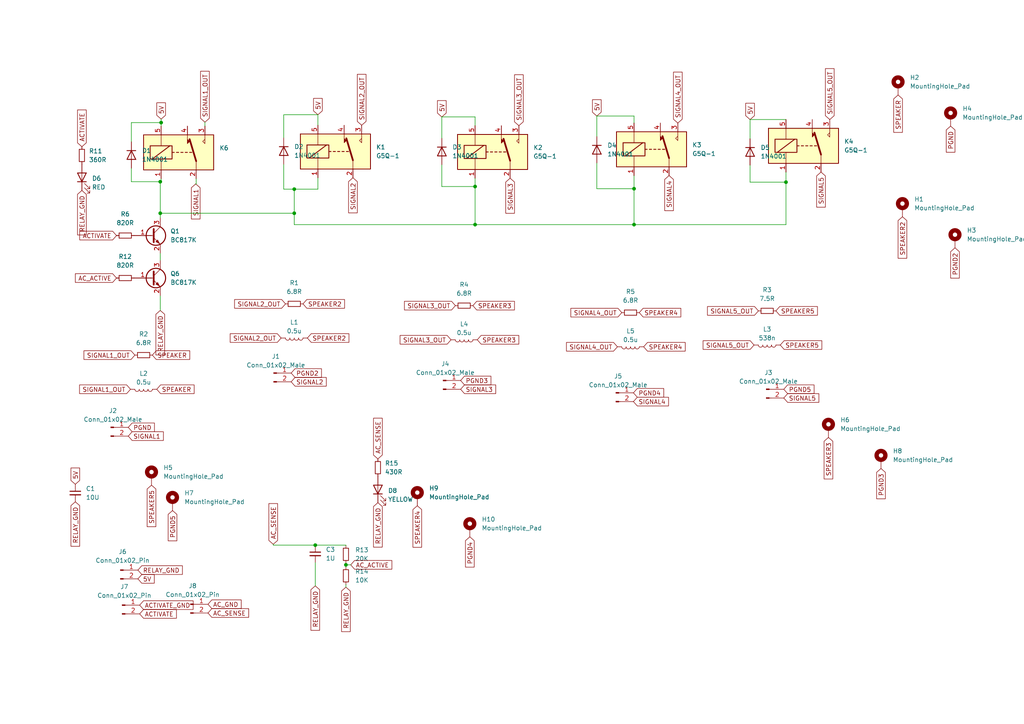
<source format=kicad_sch>
(kicad_sch (version 20230121) (generator eeschema)
  (paper "A4")
  (lib_symbols
    (symbol "Connector:Conn_01x02_Male" (pin_names (offset 1.016) hide)
      (property "Reference" "J" (at 0 2.54 0))
      (property "Value" "Conn_01x02_Male" (at 0 -5.08 0))
      (symbol "Conn_01x02_Male_1_1"
        (polyline (pts (xy 1.27 -2.54) (xy 0.8636 -2.54)) (stroke (width 0.1524)))
        (polyline (pts (xy 1.27 0) (xy 0.8636 0)) (stroke (width 0.1524)))
        (rectangle (start 0.8636 -2.413) (end 0 -2.667) (stroke (width 0.1524)) (fill (type outline)))
        (rectangle (start 0.8636 0.127) (end 0 -0.127) (stroke (width 0.1524)) (fill (type outline)))
        (pin passive line (at 5.08 0 180) (length 3.81) (name "Pin_1") (number "1"))
        (pin passive line (at 5.08 -2.54 180) (length 3.81) (name "Pin_2") (number "2"))
      )
    )
    (symbol "Connector:Conn_01x02_Pin" (pin_names (offset 1.016) hide)
      (property "Reference" "J" (at 0 2.54 0))
      (property "Value" "Conn_01x02_Pin" (at 0 -5.08 0))
      (symbol "Conn_01x02_Pin_1_1"
        (polyline (pts (xy 1.27 -2.54) (xy 0.8636 -2.54)) (stroke (width 0.1524)))
        (polyline (pts (xy 1.27 0) (xy 0.8636 0)) (stroke (width 0.1524)))
        (rectangle (start 0.8636 -2.413) (end 0 -2.667) (stroke (width 0.1524)) (fill (type outline)))
        (rectangle (start 0.8636 0.127) (end 0 -0.127) (stroke (width 0.1524)) (fill (type outline)))
        (pin passive line (at 5.08 0 180) (length 3.81) (name "Pin_1") (number "1"))
        (pin passive line (at 5.08 -2.54 180) (length 3.81) (name "Pin_2") (number "2"))
      )
    )
    (symbol "Device:C_Small" (pin_numbers hide) (pin_names (offset 0.254) hide)
      (property "Reference" "C" (at 0.254 1.778 0))
      (property "Value" "C_Small" (at 0.254 -2.032 0))
      (symbol "C_Small_0_1"
        (polyline (pts (xy -1.524 -0.508) (xy 1.524 -0.508)) (stroke (width 0.3302)))
        (polyline (pts (xy -1.524 0.508) (xy 1.524 0.508)) (stroke (width 0.3048)))
      )
      (symbol "C_Small_1_1"
        (pin passive line (at 0 2.54 270) (length 2.032) (name "~") (number "1"))
        (pin passive line (at 0 -2.54 90) (length 2.032) (name "~") (number "2"))
      )
    )
    (symbol "Device:L" (pin_numbers hide) (pin_names (offset 1.016) hide)
      (property "Reference" "L" (at -1.27 0 90))
      (property "Value" "L" (at 1.905 0 90))
      (symbol "L_0_1"
        (arc (start 0 -2.54) (mid 0.6323 -1.905) (end 0 -1.27))
        (arc (start 0 -1.27) (mid 0.6323 -0.635) (end 0 0))
        (arc (start 0 0) (mid 0.6323 0.635) (end 0 1.27))
        (arc (start 0 1.27) (mid 0.6323 1.905) (end 0 2.54))
      )
      (symbol "L_1_1"
        (pin passive line (at 0 3.81 270) (length 1.27) (name "1") (number "1"))
        (pin passive line (at 0 -3.81 90) (length 1.27) (name "2") (number "2"))
      )
    )
    (symbol "Device:LED" (pin_numbers hide) (pin_names (offset 1.016) hide)
      (property "Reference" "D" (at 0 2.54 0))
      (property "Value" "LED" (at 0 -2.54 0))
      (symbol "LED_0_1"
        (polyline (pts (xy -1.27 -1.27) (xy -1.27 1.27)) (stroke (width 0.254)))
        (polyline (pts (xy -1.27 0) (xy 1.27 0)))
        (polyline (pts (xy 1.27 -1.27) (xy 1.27 1.27) (xy -1.27 0) (xy 1.27 -1.27)) (stroke (width 0.254)))
        (polyline (pts (xy -3.048 -0.762) (xy -4.572 -2.286) (xy -3.81 -2.286) (xy -4.572 -2.286) (xy -4.572 -1.524)))
        (polyline (pts (xy -1.778 -0.762) (xy -3.302 -2.286) (xy -2.54 -2.286) (xy -3.302 -2.286) (xy -3.302 -1.524)))
      )
      (symbol "LED_1_1"
        (pin passive line (at -3.81 0 0) (length 2.54) (name "K") (number "1"))
        (pin passive line (at 3.81 0 180) (length 2.54) (name "A") (number "2"))
      )
    )
    (symbol "Device:R_Small" (pin_numbers hide) (pin_names (offset 0.254) hide)
      (property "Reference" "R" (at 0.762 0.508 0))
      (property "Value" "R_Small" (at 0.762 -1.016 0))
      (symbol "R_Small_0_1"
        (rectangle (start -0.762 1.778) (end 0.762 -1.778) (stroke (width 0.2032)))
      )
      (symbol "R_Small_1_1"
        (pin passive line (at 0 2.54 270) (length 0.762) (name "~") (number "1"))
        (pin passive line (at 0 -2.54 90) (length 0.762) (name "~") (number "2"))
      )
    )
    (symbol "Diode:1N4001" (pin_numbers hide) (pin_names hide)
      (property "Reference" "D" (at 0 2.54 0))
      (property "Value" "1N4001" (at 0 -2.54 0))
      (symbol "1N4001_0_1"
        (polyline (pts (xy -1.27 1.27) (xy -1.27 -1.27)) (stroke (width 0.254)))
        (polyline (pts (xy 1.27 0) (xy -1.27 0)))
        (polyline (pts (xy 1.27 1.27) (xy 1.27 -1.27) (xy -1.27 0) (xy 1.27 1.27)) (stroke (width 0.254)))
      )
      (symbol "1N4001_1_1"
        (pin passive line (at -3.81 0 0) (length 2.54) (name "K") (number "1"))
        (pin passive line (at 3.81 0 180) (length 2.54) (name "A") (number "2"))
      )
    )
    (symbol "Mechanical:MountingHole_Pad" (pin_numbers hide) (pin_names (offset 1.016) hide)
      (property "Reference" "H" (at 0 6.35 0))
      (property "Value" "MountingHole_Pad" (at 0 4.445 0))
      (symbol "MountingHole_Pad_0_1"
        (circle (center 0 1.27) (radius 1.27) (stroke (width 1.27)))
      )
      (symbol "MountingHole_Pad_1_1"
        (pin input line (at 0 -2.54 90) (length 2.54) (name "1") (number "1"))
      )
    )
    (symbol "Relay:G5Q-1"
      (property "Reference" "K" (at 11.43 3.81 0))
      (property "Value" "G5Q-1" (at 11.43 1.27 0))
      (symbol "G5Q-1_0_0"
        (polyline (pts (xy 7.62 5.08) (xy 7.62 2.54) (xy 6.985 3.175) (xy 7.62 3.81)))
      )
      (symbol "G5Q-1_0_1"
        (rectangle (start -10.16 5.08) (end 10.16 -5.08) (stroke (width 0.254)) (fill (type background)))
        (rectangle (start -8.255 1.905) (end -1.905 -1.905) (stroke (width 0.254)))
        (polyline (pts (xy -7.62 -1.905) (xy -2.54 1.905)) (stroke (width 0.254)))
        (polyline (pts (xy -5.08 -5.08) (xy -5.08 -1.905)))
        (polyline (pts (xy -5.08 5.08) (xy -5.08 1.905)))
        (polyline (pts (xy -1.905 0) (xy -1.27 0)) (stroke (width 0.254)))
        (polyline (pts (xy -0.635 0) (xy 0 0)) (stroke (width 0.254)))
        (polyline (pts (xy 0.635 0) (xy 1.27 0)) (stroke (width 0.254)))
        (polyline (pts (xy 1.905 0) (xy 2.54 0)) (stroke (width 0.254)))
        (polyline (pts (xy 3.175 0) (xy 3.81 0)) (stroke (width 0.254)))
        (polyline (pts (xy 5.08 -2.54) (xy 3.175 3.81)) (stroke (width 0.508)))
        (polyline (pts (xy 5.08 -2.54) (xy 5.08 -5.08)))
        (polyline (pts (xy 2.54 5.08) (xy 2.54 2.54) (xy 3.175 3.175) (xy 2.54 3.81)) (fill (type outline)))
      )
      (symbol "G5Q-1_1_1"
        (pin passive line (at -5.08 -7.62 90) (length 2.54) (name "~") (number "1"))
        (pin passive line (at 5.08 -7.62 90) (length 2.54) (name "~") (number "2"))
        (pin passive line (at 7.62 7.62 270) (length 2.54) (name "~") (number "3"))
        (pin passive line (at 2.54 7.62 270) (length 2.54) (name "~") (number "4"))
        (pin passive line (at -5.08 7.62 270) (length 2.54) (name "~") (number "5"))
      )
    )
    (symbol "Transistor_BJT:2SC1945" (pin_names (offset 0) hide)
      (property "Reference" "Q" (at 5.08 1.905 0))
      (property "Value" "2SC1945" (at 5.08 0 0))
      (symbol "2SC1945_0_1"
        (polyline (pts (xy 0 0) (xy 0.635 0)))
        (polyline (pts (xy 2.54 2.54) (xy 0.635 0.635)))
        (polyline (pts (xy 0.635 1.905) (xy 0.635 -1.905) (xy 0.635 -1.905)) (stroke (width 0.508)))
        (polyline (pts (xy 2.286 -2.286) (xy 1.778 -1.778) (xy 1.778 -1.778)))
        (polyline (pts (xy 2.54 -2.54) (xy 0.635 -0.635) (xy 1.27 -1.27)) (fill (type outline)))
        (polyline (pts (xy 1.27 -1.778) (xy 1.778 -1.27) (xy 2.286 -2.286) (xy 1.27 -1.778) (xy 1.27 -1.778)) (fill (type outline)))
        (circle (center 1.27 0) (radius 2.8194) (stroke (width 0.3048)))
      )
      (symbol "2SC1945_1_1"
        (pin input line (at -5.08 0 0) (length 5.08) (name "B") (number "1"))
        (pin passive line (at 2.54 -5.08 90) (length 2.54) (name "E") (number "2"))
        (pin passive line (at 2.54 5.08 270) (length 2.54) (name "C") (number "3"))
      )
    )
  )
  (junction (at 137.795 65.151))
  (junction (at 183.896 54.737))
  (junction (at 227.965 52.832))
  (junction (at 46.482 61.849))
  (junction (at 85.344 54.864))
  (junction (at 183.896 65.151))
  (junction (at 46.736 35.56))
  (junction (at 137.795 54.102))
  (junction (at 91.44 158.115))
  (junction (at 85.344 61.849))
  (junction (at 100.33 163.83))
  (junction (at 46.482 52.705))
  (wire (pts (xy 38.1 35.56) (xy 38.1 41.148)))
  (wire (pts (xy 101.727 163.83) (xy 100.33 163.83)))
  (wire (pts (xy 137.795 54.102) (xy 128.143 54.102)))
  (wire (pts (xy 227.965 34.671) (xy 217.551 34.671)))
  (wire (pts (xy 92.202 54.864) (xy 85.344 54.864)))
  (wire (pts (xy 137.795 65.151) (xy 85.344 65.151)))
  (wire (pts (xy 137.795 51.689) (xy 137.795 54.102)))
  (wire (pts (xy 59.436 35.433) (xy 59.436 36.576)))
  (wire (pts (xy 92.202 51.562) (xy 92.202 54.864)))
  (wire (pts (xy 173.101 33.655) (xy 173.101 39.624)))
  (wire (pts (xy 183.896 33.655) (xy 173.101 33.655)))
  (wire (pts (xy 128.143 33.909) (xy 128.143 40.132)))
  (wire (pts (xy 227.965 52.832) (xy 217.551 52.832)))
  (wire (pts (xy 46.736 34.544) (xy 46.736 35.56)))
  (wire (pts (xy 46.482 61.849) (xy 85.344 61.849)))
  (wire (pts (xy 79.248 158.115) (xy 91.44 158.115)))
  (wire (pts (xy 82.296 33.274) (xy 92.202 33.274)))
  (wire (pts (xy 100.33 164.465) (xy 100.33 163.83)))
  (wire (pts (xy 56.769 53.34) (xy 56.896 53.34)))
  (wire (pts (xy 100.33 158.115) (xy 100.33 158.242)))
  (wire (pts (xy 38.1 48.768) (xy 38.1 52.705)))
  (wire (pts (xy 46.482 73.406) (xy 46.482 75.565)))
  (wire (pts (xy 56.896 53.34) (xy 56.896 51.816)))
  (wire (pts (xy 217.551 52.832) (xy 217.551 47.879)))
  (wire (pts (xy 137.795 33.909) (xy 128.143 33.909)))
  (wire (pts (xy 173.101 54.737) (xy 173.101 47.244)))
  (wire (pts (xy 85.344 61.849) (xy 85.344 65.151)))
  (wire (pts (xy 46.482 61.849) (xy 46.482 52.705)))
  (wire (pts (xy 183.896 54.737) (xy 173.101 54.737)))
  (wire (pts (xy 227.965 49.911) (xy 227.965 52.832)))
  (wire (pts (xy 100.33 170.307) (xy 100.33 169.545)))
  (wire (pts (xy 183.896 35.687) (xy 183.896 33.655)))
  (wire (pts (xy 46.736 35.56) (xy 38.1 35.56)))
  (wire (pts (xy 137.795 54.102) (xy 137.795 65.151)))
  (wire (pts (xy 183.896 50.927) (xy 183.896 54.737)))
  (wire (pts (xy 46.482 63.246) (xy 46.482 61.849)))
  (wire (pts (xy 85.344 54.864) (xy 82.296 54.864)))
  (wire (pts (xy 92.202 33.274) (xy 92.202 36.322)))
  (wire (pts (xy 79.248 158.115) (xy 79.248 157.861)))
  (wire (pts (xy 137.795 36.449) (xy 137.795 33.909)))
  (wire (pts (xy 85.344 54.864) (xy 85.344 61.849)))
  (wire (pts (xy 128.143 47.752) (xy 128.143 54.102)))
  (wire (pts (xy 183.896 65.151) (xy 137.795 65.151)))
  (wire (pts (xy 46.736 52.705) (xy 46.736 51.816)))
  (wire (pts (xy 183.896 65.151) (xy 183.896 54.737)))
  (wire (pts (xy 46.736 35.56) (xy 46.736 36.576)))
  (wire (pts (xy 91.44 169.926) (xy 91.44 163.195)))
  (wire (pts (xy 82.296 54.864) (xy 82.296 47.625)))
  (wire (pts (xy 82.296 40.005) (xy 82.296 33.274)))
  (wire (pts (xy 91.44 158.115) (xy 100.33 158.115)))
  (wire (pts (xy 100.33 163.83) (xy 100.33 163.322)))
  (wire (pts (xy 227.965 65.151) (xy 183.896 65.151)))
  (wire (pts (xy 46.482 52.705) (xy 46.736 52.705)))
  (wire (pts (xy 46.482 85.725) (xy 46.482 90.043)))
  (wire (pts (xy 227.965 52.832) (xy 227.965 65.151)))
  (wire (pts (xy 217.551 34.671) (xy 217.551 40.259)))
  (wire (pts (xy 38.1 52.705) (xy 46.482 52.705)))
  (global_label "PGND3" (shape input) (at 255.524 135.89 270) (property "Intersheetrefs" "${INTERSHEET_REFS}" (effects hide)))
  (global_label "ACTIVATE_GND" (shape input) (at 40.513 175.514 0) (property "Intersheetrefs" "${INTERSHEET_REFS}" (effects hide)))
  (global_label "SPEAKER5" (shape input) (at 226.314 100.076 0) (property "Intersheetrefs" "${INTERSHEET_REFS}" (effects hide)))
  (global_label "AC_SENSE" (shape input) (at 79.248 157.861 90) (property "Intersheetrefs" "${INTERSHEET_REFS}" (effects hide)))
  (global_label "SIGNAL1_OUT" (shape input) (at 39.116 102.997 180) (property "Intersheetrefs" "${INTERSHEET_REFS}" (effects hide)))
  (global_label "SPEAKER5" (shape input) (at 43.942 140.716 270) (property "Intersheetrefs" "${INTERSHEET_REFS}" (effects hide)))
  (global_label "RELAY_GND" (shape input) (at 100.33 170.307 270) (property "Intersheetrefs" "${INTERSHEET_REFS}" (effects hide)))
  (global_label "SIGNAL1_OUT" (shape input) (at 59.436 35.433 90) (property "Intersheetrefs" "${INTERSHEET_REFS}" (effects hide)))
  (global_label "SIGNAL1" (shape input) (at 56.769 53.34 270) (property "Intersheetrefs" "${INTERSHEET_REFS}" (effects hide)))
  (global_label "SIGNAL5_OUT" (shape input) (at 218.694 100.076 180) (property "Intersheetrefs" "${INTERSHEET_REFS}" (effects hide)))
  (global_label "SIGNAL3" (shape input) (at 147.955 51.689 270) (property "Intersheetrefs" "${INTERSHEET_REFS}" (effects hide)))
  (global_label "SIGNAL4_OUT" (shape input) (at 179.07 100.584 180) (property "Intersheetrefs" "${INTERSHEET_REFS}" (effects hide)))
  (global_label "AC_SENSE" (shape input) (at 60.325 177.8 0) (property "Intersheetrefs" "${INTERSHEET_REFS}" (effects hide)))
  (global_label "AC_SENSE" (shape input) (at 109.601 133.096 90) (property "Intersheetrefs" "${INTERSHEET_REFS}" (effects hide)))
  (global_label "PGND4" (shape input) (at 183.7254 113.9391 0) (property "Intersheetrefs" "${INTERSHEET_REFS}" (effects hide)))
  (global_label "SPEAKER3" (shape input) (at 137.16 88.646 0) (property "Intersheetrefs" "${INTERSHEET_REFS}" (effects hide)))
  (global_label "RELAY_GND" (shape input) (at 23.749 55.245 270) (property "Intersheetrefs" "${INTERSHEET_REFS}" (effects hide)))
  (global_label "5V" (shape input) (at 217.551 34.671 90) (property "Intersheetrefs" "${INTERSHEET_REFS}" (effects hide)))
  (global_label "ACTIVATE" (shape input) (at 33.782 68.326 180) (property "Intersheetrefs" "${INTERSHEET_REFS}" (effects hide)))
  (global_label "RELAY_GND" (shape input) (at 91.44 169.926 270) (property "Intersheetrefs" "${INTERSHEET_REFS}" (effects hide)))
  (global_label "ACTIVATE" (shape input) (at 23.749 42.545 90) (property "Intersheetrefs" "${INTERSHEET_REFS}" (effects hide)))
  (global_label "PGND5" (shape input) (at 227.33 112.903 0) (property "Intersheetrefs" "${INTERSHEET_REFS}" (effects hide)))
  (global_label "SIGNAL5_OUT" (shape input) (at 219.964 90.17 180) (property "Intersheetrefs" "${INTERSHEET_REFS}" (effects hide)))
  (global_label "SPEAKER" (shape input) (at 260.477 27.559 270) (property "Intersheetrefs" "${INTERSHEET_REFS}" (effects hide)))
  (global_label "PGND" (shape input) (at 275.717 36.576 270) (property "Intersheetrefs" "${INTERSHEET_REFS}" (effects hide)))
  (global_label "AC_ACTIVE" (shape input) (at 101.727 163.83 0) (property "Intersheetrefs" "${INTERSHEET_REFS}" (effects hide)))
  (global_label "PGND2" (shape input) (at 276.987 71.882 270) (property "Intersheetrefs" "${INTERSHEET_REFS}" (effects hide)))
  (global_label "RELAY_GND" (shape input) (at 109.601 145.796 270) (property "Intersheetrefs" "${INTERSHEET_REFS}" (effects hide)))
  (global_label "SIGNAL3_OUT" (shape input) (at 130.81 98.552 180) (property "Intersheetrefs" "${INTERSHEET_REFS}" (effects hide)))
  (global_label "SIGNAL2_OUT" (shape input) (at 82.804 88.138 180) (property "Intersheetrefs" "${INTERSHEET_REFS}" (effects hide)))
  (global_label "5V" (shape input) (at 21.844 140.462 90) (property "Intersheetrefs" "${INTERSHEET_REFS}" (effects hide)))
  (global_label "5V" (shape input) (at 173.101 33.655 90) (property "Intersheetrefs" "${INTERSHEET_REFS}" (effects hide)))
  (global_label "RELAY_GND" (shape input) (at 40.005 165.354 0) (property "Intersheetrefs" "${INTERSHEET_REFS}" (effects hide)))
  (global_label "SIGNAL2" (shape input) (at 84.455 110.744 0) (property "Intersheetrefs" "${INTERSHEET_REFS}" (effects hide)))
  (global_label "SIGNAL2" (shape input) (at 102.362 51.562 270) (property "Intersheetrefs" "${INTERSHEET_REFS}" (effects hide)))
  (global_label "ACTIVATE" (shape input) (at 40.513 178.054 0) (property "Intersheetrefs" "${INTERSHEET_REFS}" (effects hide)))
  (global_label "PGND5" (shape input) (at 50.038 148.082 270) (property "Intersheetrefs" "${INTERSHEET_REFS}" (effects hide)))
  (global_label "SIGNAL5" (shape input) (at 227.33 115.443 0) (property "Intersheetrefs" "${INTERSHEET_REFS}" (effects hide)))
  (global_label "SIGNAL1_OUT" (shape input) (at 37.846 112.903 180) (property "Intersheetrefs" "${INTERSHEET_REFS}" (effects hide)))
  (global_label "SIGNAL1" (shape input) (at 37.211 126.492 0) (property "Intersheetrefs" "${INTERSHEET_REFS}" (effects hide)))
  (global_label "SPEAKER" (shape input) (at 45.466 112.903 0) (property "Intersheetrefs" "${INTERSHEET_REFS}" (effects hide)))
  (global_label "SPEAKER3" (shape input) (at 240.284 126.873 270) (property "Intersheetrefs" "${INTERSHEET_REFS}" (effects hide)))
  (global_label "SIGNAL3_OUT" (shape input) (at 132.08 88.646 180) (property "Intersheetrefs" "${INTERSHEET_REFS}" (effects hide)))
  (global_label "PGND4" (shape input) (at 136.271 155.702 270) (property "Intersheetrefs" "${INTERSHEET_REFS}" (effects hide)))
  (global_label "SIGNAL3" (shape input) (at 133.604 112.903 0) (property "Intersheetrefs" "${INTERSHEET_REFS}" (effects hide)))
  (global_label "SIGNAL4_OUT" (shape input) (at 196.596 35.687 90) (property "Intersheetrefs" "${INTERSHEET_REFS}" (effects hide)))
  (global_label "SPEAKER5" (shape input) (at 225.044 90.17 0) (property "Intersheetrefs" "${INTERSHEET_REFS}" (effects hide)))
  (global_label "PGND" (shape input) (at 37.211 123.952 0) (property "Intersheetrefs" "${INTERSHEET_REFS}" (effects hide)))
  (global_label "SPEAKER4" (shape input) (at 186.69 100.584 0) (property "Intersheetrefs" "${INTERSHEET_REFS}" (effects hide)))
  (global_label "SIGNAL2_OUT" (shape input) (at 104.902 36.322 90) (property "Intersheetrefs" "${INTERSHEET_REFS}" (effects hide)))
  (global_label "SIGNAL3_OUT" (shape input) (at 150.495 36.449 90) (property "Intersheetrefs" "${INTERSHEET_REFS}" (effects hide)))
  (global_label "SIGNAL2_OUT" (shape input) (at 81.534 98.044 180) (property "Intersheetrefs" "${INTERSHEET_REFS}" (effects hide)))
  (global_label "SIGNAL5" (shape input) (at 238.125 49.911 270) (property "Intersheetrefs" "${INTERSHEET_REFS}" (effects hide)))
  (global_label "SPEAKER2" (shape input) (at 261.747 62.865 270) (property "Intersheetrefs" "${INTERSHEET_REFS}" (effects hide)))
  (global_label "SIGNAL4" (shape input) (at 194.056 50.927 270) (property "Intersheetrefs" "${INTERSHEET_REFS}" (effects hide)))
  (global_label "SPEAKER4" (shape input) (at 185.42 90.678 0) (property "Intersheetrefs" "${INTERSHEET_REFS}" (effects hide)))
  (global_label "PGND2" (shape input) (at 84.455 108.204 0) (property "Intersheetrefs" "${INTERSHEET_REFS}" (effects hide)))
  (global_label "SPEAKER4" (shape input) (at 121.031 146.685 270) (property "Intersheetrefs" "${INTERSHEET_REFS}" (effects hide)))
  (global_label "RELAY_GND" (shape input) (at 46.482 90.043 270) (property "Intersheetrefs" "${INTERSHEET_REFS}" (effects hide)))
  (global_label "SPEAKER" (shape input) (at 44.196 102.997 0) (property "Intersheetrefs" "${INTERSHEET_REFS}" (effects hide)))
  (global_label "AC_GND" (shape input) (at 60.325 175.26 0) (property "Intersheetrefs" "${INTERSHEET_REFS}" (effects hide)))
  (global_label "5V" (shape input) (at 128.143 33.909 90) (property "Intersheetrefs" "${INTERSHEET_REFS}" (effects hide)))
  (global_label "AC_ACTIVE" (shape input) (at 33.782 80.645 180) (property "Intersheetrefs" "${INTERSHEET_REFS}" (effects hide)))
  (global_label "5V" (shape input) (at 40.005 167.894 0) (property "Intersheetrefs" "${INTERSHEET_REFS}" (effects hide)))
  (global_label "RELAY_GND" (shape input) (at 21.844 145.542 270) (property "Intersheetrefs" "${INTERSHEET_REFS}" (effects hide)))
  (global_label "PGND3" (shape input) (at 133.604 110.363 0) (property "Intersheetrefs" "${INTERSHEET_REFS}" (effects hide)))
  (global_label "SIGNAL5_OUT" (shape input) (at 240.665 34.671 90) (property "Intersheetrefs" "${INTERSHEET_REFS}" (effects hide)))
  (global_label "SIGNAL4" (shape input) (at 183.7254 116.4791 0) (property "Intersheetrefs" "${INTERSHEET_REFS}" (effects hide)))
  (global_label "SIGNAL4_OUT" (shape input) (at 180.34 90.678 180) (property "Intersheetrefs" "${INTERSHEET_REFS}" (effects hide)))
  (global_label "SPEAKER3" (shape input) (at 138.43 98.552 0) (property "Intersheetrefs" "${INTERSHEET_REFS}" (effects hide)))
  (global_label "SPEAKER2" (shape input) (at 87.884 88.138 0) (property "Intersheetrefs" "${INTERSHEET_REFS}" (effects hide)))
  (global_label "5V" (shape input) (at 46.736 34.544 90) (property "Intersheetrefs" "${INTERSHEET_REFS}" (effects hide)))
  (global_label "SPEAKER2" (shape input) (at 89.154 98.044 0) (property "Intersheetrefs" "${INTERSHEET_REFS}" (effects hide)))
  (global_label "5V" (shape input) (at 92.202 33.274 90) (property "Intersheetrefs" "${INTERSHEET_REFS}" (effects hide)))
  (symbol (lib_id "Device:LED") (at 109.601 141.986 90) (unit 1)
    (property "Reference" "D8" (at 112.522 142.3035 90) (effects (justify right)))
    (property "Value" "YELLOW" (at 112.522 144.8435 90) (effects (justify right)))
    (property "Footprint" "LED_SMD:LED_0805_2012Metric_Pad1.15x1.40mm_HandSolder" (effects hide))
  )
  (symbol (lib_id "Device:R_Small") (at 182.88 90.678 90) (unit 1)
    (property "Reference" "R5" (at 182.88 84.582 90))
    (property "Value" "6.8R" (at 182.88 87.122 90))
    (property "Footprint" "Resistor_SMD:R_4020_10251Metric_Pad1.65x5.30mm_HandSolder" (effects hide))
  )
  (symbol (lib_id "Device:R_Small") (at 134.62 88.646 90) (unit 1)
    (property "Reference" "R4" (at 134.62 82.55 90))
    (property "Value" "6.8R" (at 134.62 85.09 90))
    (property "Footprint" "Resistor_SMD:R_4020_10251Metric_Pad1.65x5.30mm_HandSolder" (effects hide))
  )
  (symbol (lib_id "Connector:Conn_01x02_Male") (at 79.375 108.204 0) (unit 1)
    (property "Reference" "J1" (at 80.01 103.378 0))
    (property "Value" "Conn_01x02_Male" (at 80.01 105.918 0))
    (property "Footprint" "Connector_JST:JST_VH_B2P-VH-B_1x02_P3.96mm_Vertical" (effects hide))
  )
  (symbol (lib_id "Mechanical:MountingHole_Pad") (at 276.987 69.342 0) (unit 1)
    (property "Reference" "H3" (at 280.416 66.8019 0) (effects (justify left)))
    (property "Value" "MountingHole_Pad" (at 280.416 69.3419 0) (effects (justify left)))
    (property "Footprint" "MountingHole:MountingHole_4.3mm_M4_DIN965_Pad" (effects hide))
  )
  (symbol (lib_id "Device:L") (at 134.62 98.552 270) (unit 1)
    (property "Reference" "L4" (at 134.62 93.98 90))
    (property "Value" "0.5u" (at 134.62 96.52 90))
    (property "Footprint" "Components:929SQ-501JEC 500nh Air Core Inductor" (effects hide))
  )
  (symbol (lib_id "Transistor_BJT:2SC1945") (at 43.942 68.326 0) (unit 1)
    (property "Reference" "Q1" (at 49.403 67.0559 0) (effects (justify left)))
    (property "Value" "BC817K" (at 49.403 69.5959 0) (effects (justify left)))
    (property "Footprint" "Package_TO_SOT_SMD:SOT-23_Handsoldering" (effects hide))
    (property "Datasheet" "http://rtellason.com/transdata/2sc1945.pdf" (effects hide))
  )
  (symbol (lib_id "Transistor_BJT:2SC1945") (at 43.942 80.645 0) (unit 1)
    (property "Reference" "Q6" (at 49.403 79.3749 0) (effects (justify left)))
    (property "Value" "BC817K" (at 49.403 81.9149 0) (effects (justify left)))
    (property "Footprint" "Package_TO_SOT_SMD:SOT-23_Handsoldering" (effects hide))
    (property "Datasheet" "http://rtellason.com/transdata/2sc1945.pdf" (effects hide))
  )
  (symbol (lib_id "Relay:G5Q-1") (at 142.875 44.069 0) (unit 1)
    (property "Reference" "K2" (at 154.686 42.799 0) (effects (justify left)))
    (property "Value" "G5Q-1" (at 154.686 45.339 0) (effects (justify left)))
    (property "Footprint" "Relay_THT:Relay_SPST_Omron-G5Q-1A" (effects hide))
    (property "Datasheet" "https://www.omron.com/ecb/products/pdf/en-g5q.pdf" (effects hide))
  )
  (symbol (lib_id "Diode:1N4001") (at 128.143 43.942 270) (unit 1)
    (property "Reference" "D3" (at 131.191 42.6719 90) (effects (justify left)))
    (property "Value" "1N4001" (at 131.191 45.2119 90) (effects (justify left)))
    (property "Footprint" "Diode_SMD:D_SMA" (effects hide))
    (property "Datasheet" "http://www.vishay.com/docs/88503/1n4001.pdf" (effects hide))
  )
  (symbol (lib_id "Connector:Conn_01x02_Pin") (at 34.925 165.354 0) (unit 1)
    (property "Reference" "J6" (at 35.56 160.02 0))
    (property "Value" "Conn_01x02_Pin" (at 35.56 162.56 0))
    (property "Footprint" "Connector_JST:JST_PH_B2B-PH-K_1x02_P2.00mm_Vertical" (effects hide))
  )
  (symbol (lib_id "Device:R_Small") (at 36.322 80.645 90) (unit 1)
    (property "Reference" "R12" (at 36.322 74.422 90))
    (property "Value" "820R" (at 36.322 76.962 90))
    (property "Footprint" "Resistor_SMD:R_0603_1608Metric" (effects hide))
  )
  (symbol (lib_id "Connector:Conn_01x02_Pin") (at 55.245 175.26 0) (unit 1)
    (property "Reference" "J8" (at 55.88 169.926 0))
    (property "Value" "Conn_01x02_Pin" (at 55.88 172.466 0))
    (property "Footprint" "Connector_JST:JST_PH_B2B-PH-K_1x02_P2.00mm_Vertical" (effects hide))
  )
  (symbol (lib_id "Relay:G5Q-1") (at 233.045 42.291 0) (unit 1)
    (property "Reference" "K4" (at 244.856 41.021 0) (effects (justify left)))
    (property "Value" "G5Q-1" (at 244.856 43.561 0) (effects (justify left)))
    (property "Footprint" "Relay_THT:Relay_SPST_Omron-G5Q-1A" (effects hide))
    (property "Datasheet" "https://www.omron.com/ecb/products/pdf/en-g5q.pdf" (effects hide))
  )
  (symbol (lib_id "Device:C_Small") (at 21.844 143.002 0) (unit 1)
    (property "Reference" "C1" (at 24.892 141.7383 0) (effects (justify left)))
    (property "Value" "10U" (at 24.892 144.2783 0) (effects (justify left)))
    (property "Footprint" "Capacitor_SMD:C_1206_3216Metric_Pad1.33x1.80mm_HandSolder" (effects hide))
  )
  (symbol (lib_id "Mechanical:MountingHole_Pad") (at 121.031 144.145 0) (unit 1)
    (property "Reference" "H9" (at 124.46 141.6049 0) (effects (justify left)))
    (property "Value" "MountingHole_Pad" (at 124.46 144.1449 0) (effects (justify left)))
    (property "Footprint" "MountingHole:MountingHole_4.3mm_M4_DIN965_Pad" (effects hide))
  )
  (symbol (lib_id "Mechanical:MountingHole_Pad") (at 261.747 60.325 0) (unit 1)
    (property "Reference" "H1" (at 265.176 57.7849 0) (effects (justify left)))
    (property "Value" "MountingHole_Pad" (at 265.176 60.3249 0) (effects (justify left)))
    (property "Footprint" "MountingHole:MountingHole_4.3mm_M4_DIN965_Pad" (effects hide))
  )
  (symbol (lib_id "Device:LED") (at 23.749 51.435 90) (unit 1)
    (property "Reference" "D6" (at 26.67 51.7525 90) (effects (justify right)))
    (property "Value" "RED" (at 26.67 54.2925 90) (effects (justify right)))
    (property "Footprint" "LED_SMD:LED_0805_2012Metric_Pad1.15x1.40mm_HandSolder" (effects hide))
  )
  (symbol (lib_id "Device:R_Small") (at 41.656 102.997 90) (unit 1)
    (property "Reference" "R2" (at 41.656 96.901 90))
    (property "Value" "6.8R" (at 41.656 99.441 90))
    (property "Footprint" "Resistor_SMD:R_4020_10251Metric_Pad1.65x5.30mm_HandSolder" (effects hide))
  )
  (symbol (lib_id "Connector:Conn_01x02_Male") (at 222.25 112.903 0) (unit 1)
    (property "Reference" "J3" (at 222.885 108.077 0))
    (property "Value" "Conn_01x02_Male" (at 222.885 110.617 0))
    (property "Footprint" "Connector_JST:JST_VH_B2P-VH-B_1x02_P3.96mm_Vertical" (effects hide))
  )
  (symbol (lib_id "Relay:G5Q-1") (at 51.816 44.196 0) (unit 1)
    (property "Reference" "K6" (at 63.627 42.926 0) (effects (justify left)))
    (property "Value" "G5Q-1" (effects hide))
    (property "Footprint" "Relay_THT:Relay_SPST_Omron-G5Q-1A" (effects hide))
    (property "Datasheet" "https://www.omron.com/ecb/products/pdf/en-g5q.pdf" (effects hide))
  )
  (symbol (lib_id "Device:C_Small") (at 91.44 160.655 0) (unit 1)
    (property "Reference" "C3" (at 94.488 159.3913 0) (effects (justify left)))
    (property "Value" "1U" (at 94.488 161.9313 0) (effects (justify left)))
    (property "Footprint" "Capacitor_SMD:C_1206_3216Metric_Pad1.33x1.80mm_HandSolder" (effects hide))
  )
  (symbol (lib_id "Connector:Conn_01x02_Pin") (at 35.433 175.514 0) (unit 1)
    (property "Reference" "J7" (at 36.068 170.18 0))
    (property "Value" "Conn_01x02_Pin" (at 36.068 172.72 0))
    (property "Footprint" "Connector_JST:JST_PH_B2B-PH-K_1x02_P2.00mm_Vertical" (effects hide))
  )
  (symbol (lib_id "Device:R_Small") (at 109.601 135.636 180) (unit 1)
    (property "Reference" "R15" (at 111.633 134.366 0) (effects (justify right)))
    (property "Value" "430R" (at 111.633 136.906 0) (effects (justify right)))
    (property "Footprint" "Resistor_SMD:R_0603_1608Metric" (effects hide))
  )
  (symbol (lib_id "Mechanical:MountingHole_Pad") (at 255.524 133.35 0) (unit 1)
    (property "Reference" "H8" (at 258.953 130.8099 0) (effects (justify left)))
    (property "Value" "MountingHole_Pad" (at 258.953 133.3499 0) (effects (justify left)))
    (property "Footprint" "MountingHole:MountingHole_4.3mm_M4_DIN965_Pad" (effects hide))
  )
  (symbol (lib_id "Device:L") (at 41.656 112.903 270) (unit 1)
    (property "Reference" "L2" (at 41.656 108.331 90))
    (property "Value" "0.5u" (at 41.656 110.871 90))
    (property "Footprint" "Components:929SQ-501JEC 500nh Air Core Inductor" (effects hide))
  )
  (symbol (lib_id "Device:R_Small") (at 100.33 160.782 180) (unit 1)
    (property "Reference" "R13" (at 102.997 159.512 0) (effects (justify right)))
    (property "Value" "20K" (at 102.997 162.052 0) (effects (justify right)))
    (property "Footprint" "Resistor_SMD:R_0603_1608Metric" (effects hide))
  )
  (symbol (lib_id "Device:R_Small") (at 85.344 88.138 90) (unit 1)
    (property "Reference" "R1" (at 85.344 82.042 90))
    (property "Value" "6.8R" (at 85.344 84.582 90))
    (property "Footprint" "Resistor_SMD:R_4020_10251Metric_Pad1.65x5.30mm_HandSolder" (effects hide))
  )
  (symbol (lib_id "Device:R_Small") (at 222.504 90.17 90) (unit 1)
    (property "Reference" "R3" (at 222.504 84.074 90))
    (property "Value" "7.5R" (at 222.504 86.614 90))
    (property "Footprint" "Resistor_SMD:R_4020_10251Metric_Pad1.65x5.30mm_HandSolder" (effects hide))
  )
  (symbol (lib_id "Diode:1N4001") (at 217.551 44.069 270) (unit 1)
    (property "Reference" "D5" (at 220.599 42.7989 90) (effects (justify left)))
    (property "Value" "1N4001" (at 220.599 45.3389 90) (effects (justify left)))
    (property "Footprint" "Diode_SMD:D_SMA" (effects hide))
    (property "Datasheet" "http://www.vishay.com/docs/88503/1n4001.pdf" (effects hide))
  )
  (symbol (lib_id "Connector:Conn_01x02_Male") (at 32.131 123.952 0) (unit 1)
    (property "Reference" "J2" (at 32.766 119.126 0))
    (property "Value" "Conn_01x02_Male" (at 32.766 121.666 0))
    (property "Footprint" "Connector_JST:JST_VH_B2P-VH-B_1x02_P3.96mm_Vertical" (effects hide))
  )
  (symbol (lib_id "Device:R_Small") (at 36.322 68.326 90) (unit 1)
    (property "Reference" "R6" (at 36.322 62.103 90))
    (property "Value" "820R" (at 36.322 64.643 90))
    (property "Footprint" "Resistor_SMD:R_0603_1608Metric" (effects hide))
  )
  (symbol (lib_id "Mechanical:MountingHole_Pad") (at 275.717 34.036 0) (unit 1)
    (property "Reference" "H4" (at 279.146 31.4959 0) (effects (justify left)))
    (property "Value" "MountingHole_Pad" (at 279.146 34.0359 0) (effects (justify left)))
    (property "Footprint" "MountingHole:MountingHole_4.3mm_M4_DIN965_Pad" (effects hide))
  )
  (symbol (lib_id "Diode:1N4001") (at 82.296 43.815 270) (unit 1)
    (property "Reference" "D2" (at 85.344 42.5449 90) (effects (justify left)))
    (property "Value" "1N4001" (at 85.344 45.0849 90) (effects (justify left)))
    (property "Footprint" "Diode_SMD:D_SMA" (effects hide))
    (property "Datasheet" "http://www.vishay.com/docs/88503/1n4001.pdf" (effects hide))
  )
  (symbol (lib_id "Diode:1N4001") (at 38.1 44.958 270) (unit 1)
    (property "Reference" "D1" (at 41.148 43.6879 90) (effects (justify left)))
    (property "Value" "1N4001" (at 41.148 46.2279 90) (effects (justify left)))
    (property "Footprint" "Diode_SMD:D_SMA" (effects hide))
    (property "Datasheet" "http://www.vishay.com/docs/88503/1n4001.pdf" (effects hide))
  )
  (symbol (lib_id "Device:R_Small") (at 23.749 45.085 180) (unit 1)
    (property "Reference" "R11" (at 25.781 43.815 0) (effects (justify right)))
    (property "Value" "360R" (at 25.781 46.355 0) (effects (justify right)))
    (property "Footprint" "Resistor_SMD:R_0603_1608Metric" (effects hide))
  )
  (symbol (lib_id "Mechanical:MountingHole_Pad") (at 136.271 153.162 0) (unit 1)
    (property "Reference" "H10" (at 139.7 150.6219 0) (effects (justify left)))
    (property "Value" "MountingHole_Pad" (at 139.7 153.1619 0) (effects (justify left)))
    (property "Footprint" "MountingHole:MountingHole_4.3mm_M4_DIN965_Pad" (effects hide))
  )
  (symbol (lib_id "Device:L") (at 85.344 98.044 270) (unit 1)
    (property "Reference" "L1" (at 85.344 93.472 90))
    (property "Value" "0.5u" (at 85.344 96.012 90))
    (property "Footprint" "Components:929SQ-501JEC 500nh Air Core Inductor" (effects hide))
  )
  (symbol (lib_id "Connector:Conn_01x02_Male") (at 178.6454 113.9391 0) (unit 1)
    (property "Reference" "J5" (at 179.2804 109.1131 0))
    (property "Value" "Conn_01x02_Male" (at 179.2804 111.6531 0))
    (property "Footprint" "Connector_JST:JST_VH_B2P-VH-B_1x02_P3.96mm_Vertical" (effects hide))
  )
  (symbol (lib_id "Mechanical:MountingHole_Pad") (at 50.038 145.542 0) (unit 1)
    (property "Reference" "H7" (at 53.467 143.0019 0) (effects (justify left)))
    (property "Value" "MountingHole_Pad" (at 53.467 145.5419 0) (effects (justify left)))
    (property "Footprint" "MountingHole:MountingHole_4.3mm_M4_DIN965_Pad" (effects hide))
  )
  (symbol (lib_id "Connector:Conn_01x02_Male") (at 128.524 110.363 0) (unit 1)
    (property "Reference" "J4" (at 129.159 105.537 0))
    (property "Value" "Conn_01x02_Male" (at 129.159 108.077 0))
    (property "Footprint" "Connector_JST:JST_VH_B2P-VH-B_1x02_P3.96mm_Vertical" (effects hide))
  )
  (symbol (lib_id "Device:L") (at 222.504 100.076 270) (unit 1)
    (property "Reference" "L3" (at 222.504 95.504 90))
    (property "Value" "538n" (at 222.504 98.044 90))
    (property "Footprint" "Components:929SQ-501JEC 500nh Air Core Inductor" (effects hide))
  )
  (symbol (lib_id "Relay:G5Q-1") (at 97.282 43.942 0) (unit 1)
    (property "Reference" "K1" (at 109.093 42.672 0) (effects (justify left)))
    (property "Value" "G5Q-1" (at 109.093 45.212 0) (effects (justify left)))
    (property "Footprint" "Relay_THT:Relay_SPST_Omron-G5Q-1A" (effects hide))
    (property "Datasheet" "https://www.omron.com/ecb/products/pdf/en-g5q.pdf" (effects hide))
  )
  (symbol (lib_id "Device:L") (at 182.88 100.584 270) (unit 1)
    (property "Reference" "L5" (at 182.88 96.012 90))
    (property "Value" "0.5u" (at 182.88 98.552 90))
    (property "Footprint" "Components:929SQ-501JEC 500nh Air Core Inductor" (effects hide))
  )
  (symbol (lib_id "Mechanical:MountingHole_Pad") (at 260.477 25.019 0) (unit 1)
    (property "Reference" "H2" (at 263.906 22.4789 0) (effects (justify left)))
    (property "Value" "MountingHole_Pad" (at 263.906 25.0189 0) (effects (justify left)))
    (property "Footprint" "MountingHole:MountingHole_4.3mm_M4_DIN965_Pad" (effects hide))
  )
  (symbol (lib_id "Mechanical:MountingHole_Pad") (at 43.942 138.176 0) (unit 1)
    (property "Reference" "H5" (at 47.371 135.6359 0) (effects (justify left)))
    (property "Value" "MountingHole_Pad" (at 47.371 138.1759 0) (effects (justify left)))
    (property "Footprint" "MountingHole:MountingHole_4.3mm_M4_DIN965_Pad" (effects hide))
  )
  (symbol (lib_id "Device:R_Small") (at 100.33 167.005 180) (unit 1)
    (property "Reference" "R14" (at 102.997 165.735 0) (effects (justify right)))
    (property "Value" "10K" (at 102.997 168.275 0) (effects (justify right)))
    (property "Footprint" "Resistor_SMD:R_0603_1608Metric" (effects hide))
  )
  (symbol (lib_id "Relay:G5Q-1") (at 188.976 43.307 0) (unit 1)
    (property "Reference" "K3" (at 200.787 42.037 0) (effects (justify left)))
    (property "Value" "G5Q-1" (at 200.787 44.577 0) (effects (justify left)))
    (property "Footprint" "Relay_THT:Relay_SPST_Omron-G5Q-1A" (effects hide))
    (property "Datasheet" "https://www.omron.com/ecb/products/pdf/en-g5q.pdf" (effects hide))
  )
  (symbol (lib_id "Mechanical:MountingHole_Pad") (at 240.284 124.333 0) (unit 1)
    (property "Reference" "H6" (at 243.713 121.7929 0) (effects (justify left)))
    (property "Value" "MountingHole_Pad" (at 243.713 124.3329 0) (effects (justify left)))
    (property "Footprint" "MountingHole:MountingHole_4.3mm_M4_DIN965_Pad" (effects hide))
  )
  (symbol (lib_id "Diode:1N4001") (at 173.101 43.434 270) (unit 1)
    (property "Reference" "D4" (at 176.149 42.1639 90) (effects (justify left)))
    (property "Value" "1N4001" (at 176.149 44.7039 90) (effects (justify left)))
    (property "Footprint" "Diode_SMD:D_SMA" (effects hide))
    (property "Datasheet" "http://www.vishay.com/docs/88503/1n4001.pdf" (effects hide))
  )
)
</source>
